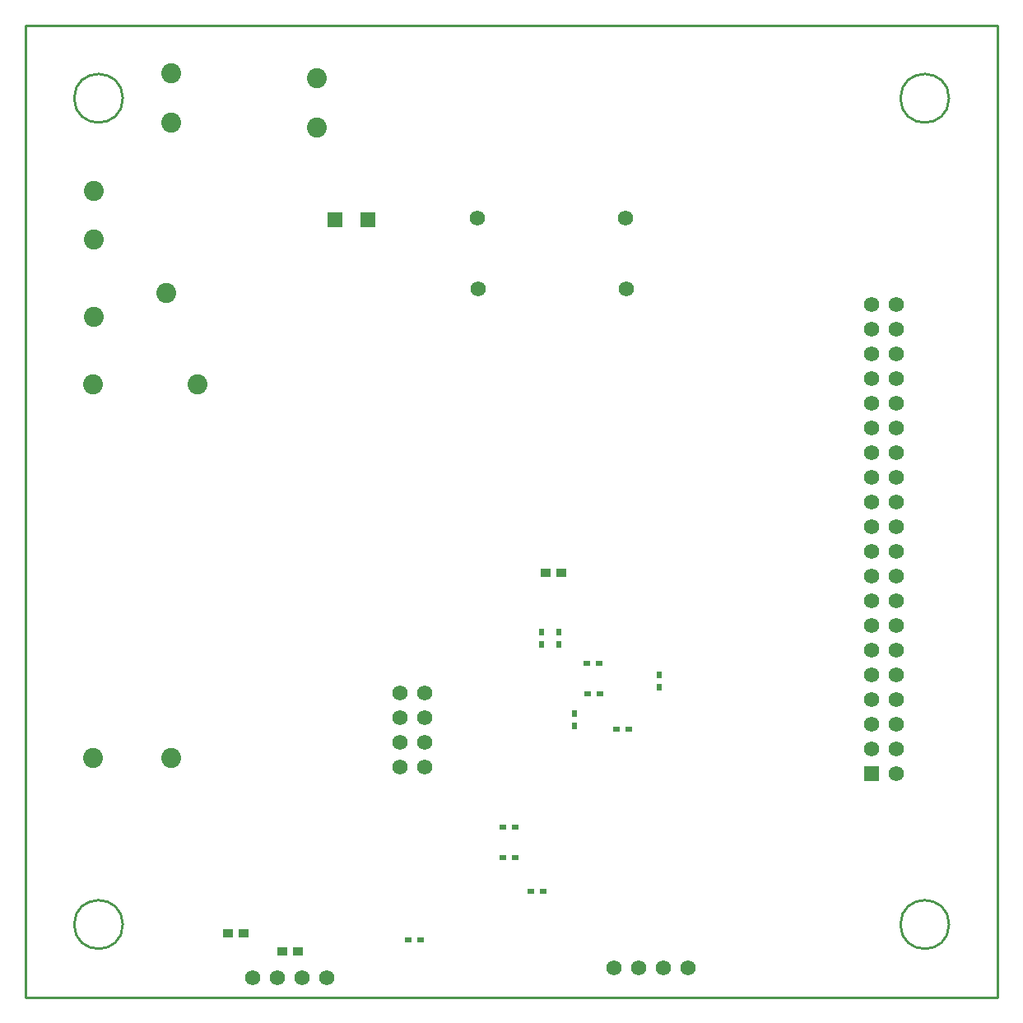
<source format=gbs>
*
*
G04 PADS VX.1.1 Build Number: 678707 generated Gerber (RS-274-X) file*
G04 PC Version=2.1*
*
%IN "opqbox2.pcb"*%
*
%MOIN*%
*
%FSLAX35Y35*%
*
*
*
*
G04 PC Standard Apertures*
*
*
G04 Thermal Relief Aperture macro.*
%AMTER*
1,1,$1,0,0*
1,0,$1-$2,0,0*
21,0,$3,$4,0,0,45*
21,0,$3,$4,0,0,135*
%
*
*
G04 Annular Aperture macro.*
%AMANN*
1,1,$1,0,0*
1,0,$2,0,0*
%
*
*
G04 Odd Aperture macro.*
%AMODD*
1,1,$1,0,0*
1,0,$1-0.005,0,0*
%
*
*
G04 PC Custom Aperture Macros*
*
*
*
*
*
*
G04 PC Aperture Table*
*
%ADD010C,0.001*%
%ADD013C,0.01*%
%ADD133R,0.062X0.062*%
%ADD134C,0.062*%
%ADD154R,0.04X0.032*%
%ADD159C,0.08074*%
%ADD194R,0.022X0.027*%
%ADD195R,0.027X0.022*%
*
*
*
*
G04 PC Circuitry*
G04 Layer Name opqbox2.pcb - circuitry*
%LPD*%
*
*
G04 PC Custom Flashes*
G04 Layer Name opqbox2.pcb - flashes*
%LPD*%
*
*
G04 PC Circuitry*
G04 Layer Name opqbox2.pcb - circuitry*
%LPD*%
*
G54D10*
G54D13*
G01X100000Y100000D02*
Y493701D01*
X493701*
Y100000*
X100000*
X139370Y129528D02*
G75*
G03X139370I-9842J0D01*
G01X474016D02*
G03X474016I-9843J0D01*
G01Y464173D02*
G03X474016I-9843J0D01*
G01X139370D02*
G03X139370I-9842J0D01*
G54D133*
G01X225140Y414961D03*
X238640D03*
X442520Y190551D03*
G54D134*
X283268Y386811D03*
X343268D03*
X343110Y415748D03*
X283110D03*
X251575Y223425D03*
X261575D03*
X251575Y213425D03*
X261575D03*
X251575Y203425D03*
X261575D03*
X251575Y193425D03*
X261575D03*
X452520Y190551D03*
Y200551D03*
X442520D03*
X452520Y210551D03*
X442520D03*
X452520Y220551D03*
X442520D03*
X452520Y230551D03*
X442520D03*
X452520Y240551D03*
X442520D03*
X452520Y250551D03*
X442520D03*
X452520Y260551D03*
X442520D03*
X452520Y270551D03*
X442520D03*
X452520Y280551D03*
X442520D03*
X452520Y290551D03*
X442520D03*
X452520Y300551D03*
X442520D03*
X452520Y310551D03*
X442520D03*
X452520Y320551D03*
X442520D03*
X452520Y330551D03*
X442520D03*
X452520Y340551D03*
X442520D03*
X452520Y350551D03*
X442520D03*
X452520Y360551D03*
X442520D03*
X452520Y370551D03*
X442520D03*
X452520Y380551D03*
X442520D03*
X192126Y107874D03*
X202126D03*
X212126D03*
X222126D03*
X338189Y111811D03*
X348189D03*
X358189D03*
X368189D03*
G54D154*
X310680Y272047D03*
X316880D03*
X210187Y118504D03*
X203987D03*
X181939Y125984D03*
X188139D03*
G54D159*
X218110Y452362D03*
Y472362D03*
X157087Y385433D03*
X127559Y375591D03*
Y426772D03*
Y407087D03*
X159055Y454331D03*
Y474331D03*
X127362Y348425D03*
X169685D03*
X158858Y196850D03*
X127362D03*
G54D194*
X308858Y242972D03*
Y247972D03*
X315945Y242972D03*
Y247972D03*
X322441Y214902D03*
Y209902D03*
X356693Y225650D03*
Y230650D03*
G54D195*
X332618Y222835D03*
X327618D03*
X339429Y208465D03*
X344429D03*
X332224Y235433D03*
X327224D03*
X298169Y156693D03*
X293169D03*
X298169Y168898D03*
X293169D03*
X309587Y142913D03*
X304587D03*
X254980Y123228D03*
X259980D03*
G74*
X0Y0D02*
M02*

</source>
